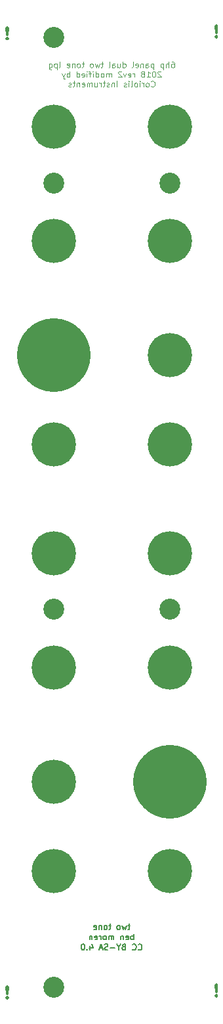
<source format=gbs>
G04 #@! TF.GenerationSoftware,KiCad,Pcbnew,(5.0.0)*
G04 #@! TF.CreationDate,2018-08-12T22:01:39+02:00*
G04 #@! TF.ProjectId,twobytwo_tone_rev1_panel,74776F627974776F5F746F6E655F7265,rev?*
G04 #@! TF.SameCoordinates,Original*
G04 #@! TF.FileFunction,Soldermask,Bot*
G04 #@! TF.FilePolarity,Negative*
%FSLAX46Y46*%
G04 Gerber Fmt 4.6, Leading zero omitted, Abs format (unit mm)*
G04 Created by KiCad (PCBNEW (5.0.0)) date 08/12/18 22:01:39*
%MOMM*%
%LPD*%
G01*
G04 APERTURE LIST*
%ADD10C,0.300000*%
%ADD11C,0.125000*%
%ADD12C,0.187500*%
%ADD13C,5.700000*%
%ADD14C,2.700000*%
%ADD15C,9.500000*%
G04 APERTURE END LIST*
D10*
X1500000Y-126785714D02*
X1428571Y-126857142D01*
X1500000Y-126928571D01*
X1571428Y-126857142D01*
X1500000Y-126785714D01*
X1500000Y-126928571D01*
X1500000Y-126357142D02*
X1571428Y-125500000D01*
X1500000Y-125428571D01*
X1428571Y-125500000D01*
X1500000Y-126357142D01*
X1500000Y-125428571D01*
X28500000Y-126535714D02*
X28428571Y-126607142D01*
X28500000Y-126678571D01*
X28571428Y-126607142D01*
X28500000Y-126535714D01*
X28500000Y-126678571D01*
X28500000Y-126107142D02*
X28571428Y-125250000D01*
X28500000Y-125178571D01*
X28428571Y-125250000D01*
X28500000Y-126107142D01*
X28500000Y-125178571D01*
X28500000Y-2785714D02*
X28428571Y-2857142D01*
X28500000Y-2928571D01*
X28571428Y-2857142D01*
X28500000Y-2785714D01*
X28500000Y-2928571D01*
X28500000Y-2357142D02*
X28571428Y-1500000D01*
X28500000Y-1428571D01*
X28428571Y-1500000D01*
X28500000Y-2357142D01*
X28500000Y-1428571D01*
X1500000Y-3035714D02*
X1428571Y-3107142D01*
X1500000Y-3178571D01*
X1571428Y-3107142D01*
X1500000Y-3035714D01*
X1500000Y-3178571D01*
X1500000Y-2607142D02*
X1571428Y-1750000D01*
X1500000Y-1678571D01*
X1428571Y-1750000D01*
X1500000Y-2607142D01*
X1500000Y-1678571D01*
D11*
X22750000Y-6089285D02*
X22892857Y-6089285D01*
X22964285Y-6125000D01*
X23000000Y-6160714D01*
X23071428Y-6267857D01*
X23107142Y-6410714D01*
X23107142Y-6696428D01*
X23071428Y-6767857D01*
X23035714Y-6803571D01*
X22964285Y-6839285D01*
X22821428Y-6839285D01*
X22750000Y-6803571D01*
X22714285Y-6767857D01*
X22678571Y-6696428D01*
X22678571Y-6517857D01*
X22714285Y-6446428D01*
X22750000Y-6410714D01*
X22821428Y-6375000D01*
X22964285Y-6375000D01*
X23035714Y-6410714D01*
X23071428Y-6446428D01*
X23107142Y-6517857D01*
X22357142Y-6839285D02*
X22357142Y-6089285D01*
X22035714Y-6839285D02*
X22035714Y-6446428D01*
X22071428Y-6375000D01*
X22142857Y-6339285D01*
X22250000Y-6339285D01*
X22321428Y-6375000D01*
X22357142Y-6410714D01*
X21678571Y-6339285D02*
X21678571Y-7089285D01*
X21678571Y-6375000D02*
X21607142Y-6339285D01*
X21464285Y-6339285D01*
X21392857Y-6375000D01*
X21357142Y-6410714D01*
X21321428Y-6482142D01*
X21321428Y-6696428D01*
X21357142Y-6767857D01*
X21392857Y-6803571D01*
X21464285Y-6839285D01*
X21607142Y-6839285D01*
X21678571Y-6803571D01*
X20428571Y-6339285D02*
X20428571Y-7089285D01*
X20428571Y-6375000D02*
X20357142Y-6339285D01*
X20214285Y-6339285D01*
X20142857Y-6375000D01*
X20107142Y-6410714D01*
X20071428Y-6482142D01*
X20071428Y-6696428D01*
X20107142Y-6767857D01*
X20142857Y-6803571D01*
X20214285Y-6839285D01*
X20357142Y-6839285D01*
X20428571Y-6803571D01*
X19428571Y-6839285D02*
X19428571Y-6446428D01*
X19464285Y-6375000D01*
X19535714Y-6339285D01*
X19678571Y-6339285D01*
X19750000Y-6375000D01*
X19428571Y-6803571D02*
X19500000Y-6839285D01*
X19678571Y-6839285D01*
X19750000Y-6803571D01*
X19785714Y-6732142D01*
X19785714Y-6660714D01*
X19750000Y-6589285D01*
X19678571Y-6553571D01*
X19500000Y-6553571D01*
X19428571Y-6517857D01*
X19071428Y-6339285D02*
X19071428Y-6839285D01*
X19071428Y-6410714D02*
X19035714Y-6375000D01*
X18964285Y-6339285D01*
X18857142Y-6339285D01*
X18785714Y-6375000D01*
X18750000Y-6446428D01*
X18750000Y-6839285D01*
X18107142Y-6803571D02*
X18178571Y-6839285D01*
X18321428Y-6839285D01*
X18392857Y-6803571D01*
X18428571Y-6732142D01*
X18428571Y-6446428D01*
X18392857Y-6375000D01*
X18321428Y-6339285D01*
X18178571Y-6339285D01*
X18107142Y-6375000D01*
X18071428Y-6446428D01*
X18071428Y-6517857D01*
X18428571Y-6589285D01*
X17642857Y-6839285D02*
X17714285Y-6803571D01*
X17750000Y-6732142D01*
X17750000Y-6089285D01*
X16464285Y-6839285D02*
X16464285Y-6089285D01*
X16464285Y-6803571D02*
X16535714Y-6839285D01*
X16678571Y-6839285D01*
X16750000Y-6803571D01*
X16785714Y-6767857D01*
X16821428Y-6696428D01*
X16821428Y-6482142D01*
X16785714Y-6410714D01*
X16750000Y-6375000D01*
X16678571Y-6339285D01*
X16535714Y-6339285D01*
X16464285Y-6375000D01*
X15785714Y-6339285D02*
X15785714Y-6839285D01*
X16107142Y-6339285D02*
X16107142Y-6732142D01*
X16071428Y-6803571D01*
X16000000Y-6839285D01*
X15892857Y-6839285D01*
X15821428Y-6803571D01*
X15785714Y-6767857D01*
X15107142Y-6839285D02*
X15107142Y-6446428D01*
X15142857Y-6375000D01*
X15214285Y-6339285D01*
X15357142Y-6339285D01*
X15428571Y-6375000D01*
X15107142Y-6803571D02*
X15178571Y-6839285D01*
X15357142Y-6839285D01*
X15428571Y-6803571D01*
X15464285Y-6732142D01*
X15464285Y-6660714D01*
X15428571Y-6589285D01*
X15357142Y-6553571D01*
X15178571Y-6553571D01*
X15107142Y-6517857D01*
X14642857Y-6839285D02*
X14714285Y-6803571D01*
X14750000Y-6732142D01*
X14750000Y-6089285D01*
X13892857Y-6339285D02*
X13607142Y-6339285D01*
X13785714Y-6089285D02*
X13785714Y-6732142D01*
X13750000Y-6803571D01*
X13678571Y-6839285D01*
X13607142Y-6839285D01*
X13428571Y-6339285D02*
X13285714Y-6839285D01*
X13142857Y-6482142D01*
X13000000Y-6839285D01*
X12857142Y-6339285D01*
X12464285Y-6839285D02*
X12535714Y-6803571D01*
X12571428Y-6767857D01*
X12607142Y-6696428D01*
X12607142Y-6482142D01*
X12571428Y-6410714D01*
X12535714Y-6375000D01*
X12464285Y-6339285D01*
X12357142Y-6339285D01*
X12285714Y-6375000D01*
X12250000Y-6410714D01*
X12214285Y-6482142D01*
X12214285Y-6696428D01*
X12250000Y-6767857D01*
X12285714Y-6803571D01*
X12357142Y-6839285D01*
X12464285Y-6839285D01*
X11428571Y-6339285D02*
X11142857Y-6339285D01*
X11321428Y-6089285D02*
X11321428Y-6732142D01*
X11285714Y-6803571D01*
X11214285Y-6839285D01*
X11142857Y-6839285D01*
X10785714Y-6839285D02*
X10857142Y-6803571D01*
X10892857Y-6767857D01*
X10928571Y-6696428D01*
X10928571Y-6482142D01*
X10892857Y-6410714D01*
X10857142Y-6375000D01*
X10785714Y-6339285D01*
X10678571Y-6339285D01*
X10607142Y-6375000D01*
X10571428Y-6410714D01*
X10535714Y-6482142D01*
X10535714Y-6696428D01*
X10571428Y-6767857D01*
X10607142Y-6803571D01*
X10678571Y-6839285D01*
X10785714Y-6839285D01*
X10214285Y-6339285D02*
X10214285Y-6839285D01*
X10214285Y-6410714D02*
X10178571Y-6375000D01*
X10107142Y-6339285D01*
X10000000Y-6339285D01*
X9928571Y-6375000D01*
X9892857Y-6446428D01*
X9892857Y-6839285D01*
X9250000Y-6803571D02*
X9321428Y-6839285D01*
X9464285Y-6839285D01*
X9535714Y-6803571D01*
X9571428Y-6732142D01*
X9571428Y-6446428D01*
X9535714Y-6375000D01*
X9464285Y-6339285D01*
X9321428Y-6339285D01*
X9250000Y-6375000D01*
X9214285Y-6446428D01*
X9214285Y-6517857D01*
X9571428Y-6589285D01*
X8214285Y-6839285D02*
X8285714Y-6803571D01*
X8321428Y-6732142D01*
X8321428Y-6089285D01*
X7928571Y-6339285D02*
X7928571Y-7089285D01*
X7928571Y-6375000D02*
X7857142Y-6339285D01*
X7714285Y-6339285D01*
X7642857Y-6375000D01*
X7607142Y-6410714D01*
X7571428Y-6482142D01*
X7571428Y-6696428D01*
X7607142Y-6767857D01*
X7642857Y-6803571D01*
X7714285Y-6839285D01*
X7857142Y-6839285D01*
X7928571Y-6803571D01*
X6928571Y-6339285D02*
X6928571Y-6946428D01*
X6964285Y-7017857D01*
X7000000Y-7053571D01*
X7071428Y-7089285D01*
X7178571Y-7089285D01*
X7250000Y-7053571D01*
X6928571Y-6803571D02*
X7000000Y-6839285D01*
X7142857Y-6839285D01*
X7214285Y-6803571D01*
X7250000Y-6767857D01*
X7285714Y-6696428D01*
X7285714Y-6482142D01*
X7250000Y-6410714D01*
X7214285Y-6375000D01*
X7142857Y-6339285D01*
X7000000Y-6339285D01*
X6928571Y-6375000D01*
X21375000Y-7410714D02*
X21339285Y-7375000D01*
X21267857Y-7339285D01*
X21089285Y-7339285D01*
X21017857Y-7375000D01*
X20982142Y-7410714D01*
X20946428Y-7482142D01*
X20946428Y-7553571D01*
X20982142Y-7660714D01*
X21410714Y-8089285D01*
X20946428Y-8089285D01*
X20482142Y-7339285D02*
X20410714Y-7339285D01*
X20339285Y-7375000D01*
X20303571Y-7410714D01*
X20267857Y-7482142D01*
X20232142Y-7625000D01*
X20232142Y-7803571D01*
X20267857Y-7946428D01*
X20303571Y-8017857D01*
X20339285Y-8053571D01*
X20410714Y-8089285D01*
X20482142Y-8089285D01*
X20553571Y-8053571D01*
X20589285Y-8017857D01*
X20625000Y-7946428D01*
X20660714Y-7803571D01*
X20660714Y-7625000D01*
X20625000Y-7482142D01*
X20589285Y-7410714D01*
X20553571Y-7375000D01*
X20482142Y-7339285D01*
X19517857Y-8089285D02*
X19946428Y-8089285D01*
X19732142Y-8089285D02*
X19732142Y-7339285D01*
X19803571Y-7446428D01*
X19875000Y-7517857D01*
X19946428Y-7553571D01*
X19089285Y-7660714D02*
X19160714Y-7625000D01*
X19196428Y-7589285D01*
X19232142Y-7517857D01*
X19232142Y-7482142D01*
X19196428Y-7410714D01*
X19160714Y-7375000D01*
X19089285Y-7339285D01*
X18946428Y-7339285D01*
X18875000Y-7375000D01*
X18839285Y-7410714D01*
X18803571Y-7482142D01*
X18803571Y-7517857D01*
X18839285Y-7589285D01*
X18875000Y-7625000D01*
X18946428Y-7660714D01*
X19089285Y-7660714D01*
X19160714Y-7696428D01*
X19196428Y-7732142D01*
X19232142Y-7803571D01*
X19232142Y-7946428D01*
X19196428Y-8017857D01*
X19160714Y-8053571D01*
X19089285Y-8089285D01*
X18946428Y-8089285D01*
X18875000Y-8053571D01*
X18839285Y-8017857D01*
X18803571Y-7946428D01*
X18803571Y-7803571D01*
X18839285Y-7732142D01*
X18875000Y-7696428D01*
X18946428Y-7660714D01*
X17910714Y-8089285D02*
X17910714Y-7589285D01*
X17910714Y-7732142D02*
X17875000Y-7660714D01*
X17839285Y-7625000D01*
X17767857Y-7589285D01*
X17696428Y-7589285D01*
X17160714Y-8053571D02*
X17232142Y-8089285D01*
X17375000Y-8089285D01*
X17446428Y-8053571D01*
X17482142Y-7982142D01*
X17482142Y-7696428D01*
X17446428Y-7625000D01*
X17375000Y-7589285D01*
X17232142Y-7589285D01*
X17160714Y-7625000D01*
X17125000Y-7696428D01*
X17125000Y-7767857D01*
X17482142Y-7839285D01*
X16875000Y-7589285D02*
X16696428Y-8089285D01*
X16517857Y-7589285D01*
X16267857Y-7410714D02*
X16232142Y-7375000D01*
X16160714Y-7339285D01*
X15982142Y-7339285D01*
X15910714Y-7375000D01*
X15875000Y-7410714D01*
X15839285Y-7482142D01*
X15839285Y-7553571D01*
X15875000Y-7660714D01*
X16303571Y-8089285D01*
X15839285Y-8089285D01*
X14946428Y-8089285D02*
X14946428Y-7589285D01*
X14946428Y-7660714D02*
X14910714Y-7625000D01*
X14839285Y-7589285D01*
X14732142Y-7589285D01*
X14660714Y-7625000D01*
X14625000Y-7696428D01*
X14625000Y-8089285D01*
X14625000Y-7696428D02*
X14589285Y-7625000D01*
X14517857Y-7589285D01*
X14410714Y-7589285D01*
X14339285Y-7625000D01*
X14303571Y-7696428D01*
X14303571Y-8089285D01*
X13839285Y-8089285D02*
X13910714Y-8053571D01*
X13946428Y-8017857D01*
X13982142Y-7946428D01*
X13982142Y-7732142D01*
X13946428Y-7660714D01*
X13910714Y-7625000D01*
X13839285Y-7589285D01*
X13732142Y-7589285D01*
X13660714Y-7625000D01*
X13625000Y-7660714D01*
X13589285Y-7732142D01*
X13589285Y-7946428D01*
X13625000Y-8017857D01*
X13660714Y-8053571D01*
X13732142Y-8089285D01*
X13839285Y-8089285D01*
X12946428Y-8089285D02*
X12946428Y-7339285D01*
X12946428Y-8053571D02*
X13017857Y-8089285D01*
X13160714Y-8089285D01*
X13232142Y-8053571D01*
X13267857Y-8017857D01*
X13303571Y-7946428D01*
X13303571Y-7732142D01*
X13267857Y-7660714D01*
X13232142Y-7625000D01*
X13160714Y-7589285D01*
X13017857Y-7589285D01*
X12946428Y-7625000D01*
X12589285Y-8089285D02*
X12589285Y-7589285D01*
X12589285Y-7339285D02*
X12625000Y-7375000D01*
X12589285Y-7410714D01*
X12553571Y-7375000D01*
X12589285Y-7339285D01*
X12589285Y-7410714D01*
X12339285Y-7589285D02*
X12053571Y-7589285D01*
X12232142Y-8089285D02*
X12232142Y-7446428D01*
X12196428Y-7375000D01*
X12125000Y-7339285D01*
X12053571Y-7339285D01*
X11803571Y-8089285D02*
X11803571Y-7589285D01*
X11803571Y-7339285D02*
X11839285Y-7375000D01*
X11803571Y-7410714D01*
X11767857Y-7375000D01*
X11803571Y-7339285D01*
X11803571Y-7410714D01*
X11160714Y-8053571D02*
X11232142Y-8089285D01*
X11375000Y-8089285D01*
X11446428Y-8053571D01*
X11482142Y-7982142D01*
X11482142Y-7696428D01*
X11446428Y-7625000D01*
X11375000Y-7589285D01*
X11232142Y-7589285D01*
X11160714Y-7625000D01*
X11125000Y-7696428D01*
X11125000Y-7767857D01*
X11482142Y-7839285D01*
X10482142Y-8089285D02*
X10482142Y-7339285D01*
X10482142Y-8053571D02*
X10553571Y-8089285D01*
X10696428Y-8089285D01*
X10767857Y-8053571D01*
X10803571Y-8017857D01*
X10839285Y-7946428D01*
X10839285Y-7732142D01*
X10803571Y-7660714D01*
X10767857Y-7625000D01*
X10696428Y-7589285D01*
X10553571Y-7589285D01*
X10482142Y-7625000D01*
X9553571Y-8089285D02*
X9553571Y-7339285D01*
X9553571Y-7625000D02*
X9482142Y-7589285D01*
X9339285Y-7589285D01*
X9267857Y-7625000D01*
X9232142Y-7660714D01*
X9196428Y-7732142D01*
X9196428Y-7946428D01*
X9232142Y-8017857D01*
X9267857Y-8053571D01*
X9339285Y-8089285D01*
X9482142Y-8089285D01*
X9553571Y-8053571D01*
X8946428Y-7589285D02*
X8767857Y-8089285D01*
X8589285Y-7589285D02*
X8767857Y-8089285D01*
X8839285Y-8267857D01*
X8875000Y-8303571D01*
X8946428Y-8339285D01*
X20107142Y-9267857D02*
X20142857Y-9303571D01*
X20250000Y-9339285D01*
X20321428Y-9339285D01*
X20428571Y-9303571D01*
X20500000Y-9232142D01*
X20535714Y-9160714D01*
X20571428Y-9017857D01*
X20571428Y-8910714D01*
X20535714Y-8767857D01*
X20500000Y-8696428D01*
X20428571Y-8625000D01*
X20321428Y-8589285D01*
X20250000Y-8589285D01*
X20142857Y-8625000D01*
X20107142Y-8660714D01*
X19678571Y-9339285D02*
X19750000Y-9303571D01*
X19785714Y-9267857D01*
X19821428Y-9196428D01*
X19821428Y-8982142D01*
X19785714Y-8910714D01*
X19750000Y-8875000D01*
X19678571Y-8839285D01*
X19571428Y-8839285D01*
X19500000Y-8875000D01*
X19464285Y-8910714D01*
X19428571Y-8982142D01*
X19428571Y-9196428D01*
X19464285Y-9267857D01*
X19500000Y-9303571D01*
X19571428Y-9339285D01*
X19678571Y-9339285D01*
X19107142Y-9339285D02*
X19107142Y-8839285D01*
X19107142Y-8982142D02*
X19071428Y-8910714D01*
X19035714Y-8875000D01*
X18964285Y-8839285D01*
X18892857Y-8839285D01*
X18642857Y-9339285D02*
X18642857Y-8839285D01*
X18642857Y-8589285D02*
X18678571Y-8625000D01*
X18642857Y-8660714D01*
X18607142Y-8625000D01*
X18642857Y-8589285D01*
X18642857Y-8660714D01*
X18178571Y-9339285D02*
X18250000Y-9303571D01*
X18285714Y-9267857D01*
X18321428Y-9196428D01*
X18321428Y-8982142D01*
X18285714Y-8910714D01*
X18250000Y-8875000D01*
X18178571Y-8839285D01*
X18071428Y-8839285D01*
X18000000Y-8875000D01*
X17964285Y-8910714D01*
X17928571Y-8982142D01*
X17928571Y-9196428D01*
X17964285Y-9267857D01*
X18000000Y-9303571D01*
X18071428Y-9339285D01*
X18178571Y-9339285D01*
X17500000Y-9339285D02*
X17571428Y-9303571D01*
X17607142Y-9232142D01*
X17607142Y-8589285D01*
X17214285Y-9339285D02*
X17214285Y-8839285D01*
X17214285Y-8589285D02*
X17250000Y-8625000D01*
X17214285Y-8660714D01*
X17178571Y-8625000D01*
X17214285Y-8589285D01*
X17214285Y-8660714D01*
X16892857Y-9303571D02*
X16821428Y-9339285D01*
X16678571Y-9339285D01*
X16607142Y-9303571D01*
X16571428Y-9232142D01*
X16571428Y-9196428D01*
X16607142Y-9125000D01*
X16678571Y-9089285D01*
X16785714Y-9089285D01*
X16857142Y-9053571D01*
X16892857Y-8982142D01*
X16892857Y-8946428D01*
X16857142Y-8875000D01*
X16785714Y-8839285D01*
X16678571Y-8839285D01*
X16607142Y-8875000D01*
X15678571Y-9339285D02*
X15678571Y-8589285D01*
X15321428Y-8839285D02*
X15321428Y-9339285D01*
X15321428Y-8910714D02*
X15285714Y-8875000D01*
X15214285Y-8839285D01*
X15107142Y-8839285D01*
X15035714Y-8875000D01*
X15000000Y-8946428D01*
X15000000Y-9339285D01*
X14678571Y-9303571D02*
X14607142Y-9339285D01*
X14464285Y-9339285D01*
X14392857Y-9303571D01*
X14357142Y-9232142D01*
X14357142Y-9196428D01*
X14392857Y-9125000D01*
X14464285Y-9089285D01*
X14571428Y-9089285D01*
X14642857Y-9053571D01*
X14678571Y-8982142D01*
X14678571Y-8946428D01*
X14642857Y-8875000D01*
X14571428Y-8839285D01*
X14464285Y-8839285D01*
X14392857Y-8875000D01*
X14142857Y-8839285D02*
X13857142Y-8839285D01*
X14035714Y-8589285D02*
X14035714Y-9232142D01*
X14000000Y-9303571D01*
X13928571Y-9339285D01*
X13857142Y-9339285D01*
X13607142Y-9339285D02*
X13607142Y-8839285D01*
X13607142Y-8982142D02*
X13571428Y-8910714D01*
X13535714Y-8875000D01*
X13464285Y-8839285D01*
X13392857Y-8839285D01*
X12821428Y-8839285D02*
X12821428Y-9339285D01*
X13142857Y-8839285D02*
X13142857Y-9232142D01*
X13107142Y-9303571D01*
X13035714Y-9339285D01*
X12928571Y-9339285D01*
X12857142Y-9303571D01*
X12821428Y-9267857D01*
X12464285Y-9339285D02*
X12464285Y-8839285D01*
X12464285Y-8910714D02*
X12428571Y-8875000D01*
X12357142Y-8839285D01*
X12250000Y-8839285D01*
X12178571Y-8875000D01*
X12142857Y-8946428D01*
X12142857Y-9339285D01*
X12142857Y-8946428D02*
X12107142Y-8875000D01*
X12035714Y-8839285D01*
X11928571Y-8839285D01*
X11857142Y-8875000D01*
X11821428Y-8946428D01*
X11821428Y-9339285D01*
X11178571Y-9303571D02*
X11250000Y-9339285D01*
X11392857Y-9339285D01*
X11464285Y-9303571D01*
X11500000Y-9232142D01*
X11500000Y-8946428D01*
X11464285Y-8875000D01*
X11392857Y-8839285D01*
X11250000Y-8839285D01*
X11178571Y-8875000D01*
X11142857Y-8946428D01*
X11142857Y-9017857D01*
X11500000Y-9089285D01*
X10821428Y-8839285D02*
X10821428Y-9339285D01*
X10821428Y-8910714D02*
X10785714Y-8875000D01*
X10714285Y-8839285D01*
X10607142Y-8839285D01*
X10535714Y-8875000D01*
X10500000Y-8946428D01*
X10500000Y-9339285D01*
X10250000Y-8839285D02*
X9964285Y-8839285D01*
X10142857Y-8589285D02*
X10142857Y-9232142D01*
X10107142Y-9303571D01*
X10035714Y-9339285D01*
X9964285Y-9339285D01*
X9750000Y-9303571D02*
X9678571Y-9339285D01*
X9535714Y-9339285D01*
X9464285Y-9303571D01*
X9428571Y-9232142D01*
X9428571Y-9196428D01*
X9464285Y-9125000D01*
X9535714Y-9089285D01*
X9642857Y-9089285D01*
X9714285Y-9053571D01*
X9750000Y-8982142D01*
X9750000Y-8946428D01*
X9714285Y-8875000D01*
X9642857Y-8839285D01*
X9535714Y-8839285D01*
X9464285Y-8875000D01*
D12*
X17375000Y-117526785D02*
X17089285Y-117526785D01*
X17267857Y-117276785D02*
X17267857Y-117919642D01*
X17232142Y-117991071D01*
X17160714Y-118026785D01*
X17089285Y-118026785D01*
X16910714Y-117526785D02*
X16767857Y-118026785D01*
X16625000Y-117669642D01*
X16482142Y-118026785D01*
X16339285Y-117526785D01*
X15946428Y-118026785D02*
X16017857Y-117991071D01*
X16053571Y-117955357D01*
X16089285Y-117883928D01*
X16089285Y-117669642D01*
X16053571Y-117598214D01*
X16017857Y-117562500D01*
X15946428Y-117526785D01*
X15839285Y-117526785D01*
X15767857Y-117562500D01*
X15732142Y-117598214D01*
X15696428Y-117669642D01*
X15696428Y-117883928D01*
X15732142Y-117955357D01*
X15767857Y-117991071D01*
X15839285Y-118026785D01*
X15946428Y-118026785D01*
X14910714Y-117526785D02*
X14625000Y-117526785D01*
X14803571Y-117276785D02*
X14803571Y-117919642D01*
X14767857Y-117991071D01*
X14696428Y-118026785D01*
X14625000Y-118026785D01*
X14267857Y-118026785D02*
X14339285Y-117991071D01*
X14375000Y-117955357D01*
X14410714Y-117883928D01*
X14410714Y-117669642D01*
X14375000Y-117598214D01*
X14339285Y-117562500D01*
X14267857Y-117526785D01*
X14160714Y-117526785D01*
X14089285Y-117562500D01*
X14053571Y-117598214D01*
X14017857Y-117669642D01*
X14017857Y-117883928D01*
X14053571Y-117955357D01*
X14089285Y-117991071D01*
X14160714Y-118026785D01*
X14267857Y-118026785D01*
X13696428Y-117526785D02*
X13696428Y-118026785D01*
X13696428Y-117598214D02*
X13660714Y-117562500D01*
X13589285Y-117526785D01*
X13482142Y-117526785D01*
X13410714Y-117562500D01*
X13375000Y-117633928D01*
X13375000Y-118026785D01*
X12732142Y-117991071D02*
X12803571Y-118026785D01*
X12946428Y-118026785D01*
X13017857Y-117991071D01*
X13053571Y-117919642D01*
X13053571Y-117633928D01*
X13017857Y-117562500D01*
X12946428Y-117526785D01*
X12803571Y-117526785D01*
X12732142Y-117562500D01*
X12696428Y-117633928D01*
X12696428Y-117705357D01*
X13053571Y-117776785D01*
X17839285Y-119339285D02*
X17839285Y-118589285D01*
X17839285Y-118875000D02*
X17767857Y-118839285D01*
X17625000Y-118839285D01*
X17553571Y-118875000D01*
X17517857Y-118910714D01*
X17482142Y-118982142D01*
X17482142Y-119196428D01*
X17517857Y-119267857D01*
X17553571Y-119303571D01*
X17625000Y-119339285D01*
X17767857Y-119339285D01*
X17839285Y-119303571D01*
X16875000Y-119303571D02*
X16946428Y-119339285D01*
X17089285Y-119339285D01*
X17160714Y-119303571D01*
X17196428Y-119232142D01*
X17196428Y-118946428D01*
X17160714Y-118875000D01*
X17089285Y-118839285D01*
X16946428Y-118839285D01*
X16875000Y-118875000D01*
X16839285Y-118946428D01*
X16839285Y-119017857D01*
X17196428Y-119089285D01*
X16517857Y-118839285D02*
X16517857Y-119339285D01*
X16517857Y-118910714D02*
X16482142Y-118875000D01*
X16410714Y-118839285D01*
X16303571Y-118839285D01*
X16232142Y-118875000D01*
X16196428Y-118946428D01*
X16196428Y-119339285D01*
X15267857Y-119339285D02*
X15267857Y-118839285D01*
X15267857Y-118910714D02*
X15232142Y-118875000D01*
X15160714Y-118839285D01*
X15053571Y-118839285D01*
X14982142Y-118875000D01*
X14946428Y-118946428D01*
X14946428Y-119339285D01*
X14946428Y-118946428D02*
X14910714Y-118875000D01*
X14839285Y-118839285D01*
X14732142Y-118839285D01*
X14660714Y-118875000D01*
X14625000Y-118946428D01*
X14625000Y-119339285D01*
X14160714Y-119339285D02*
X14232142Y-119303571D01*
X14267857Y-119267857D01*
X14303571Y-119196428D01*
X14303571Y-118982142D01*
X14267857Y-118910714D01*
X14232142Y-118875000D01*
X14160714Y-118839285D01*
X14053571Y-118839285D01*
X13982142Y-118875000D01*
X13946428Y-118910714D01*
X13910714Y-118982142D01*
X13910714Y-119196428D01*
X13946428Y-119267857D01*
X13982142Y-119303571D01*
X14053571Y-119339285D01*
X14160714Y-119339285D01*
X13589285Y-119339285D02*
X13589285Y-118839285D01*
X13589285Y-118982142D02*
X13553571Y-118910714D01*
X13517857Y-118875000D01*
X13446428Y-118839285D01*
X13375000Y-118839285D01*
X12839285Y-119303571D02*
X12910714Y-119339285D01*
X13053571Y-119339285D01*
X13125000Y-119303571D01*
X13160714Y-119232142D01*
X13160714Y-118946428D01*
X13125000Y-118875000D01*
X13053571Y-118839285D01*
X12910714Y-118839285D01*
X12839285Y-118875000D01*
X12803571Y-118946428D01*
X12803571Y-119017857D01*
X13160714Y-119089285D01*
X12482142Y-118839285D02*
X12482142Y-119339285D01*
X12482142Y-118910714D02*
X12446428Y-118875000D01*
X12375000Y-118839285D01*
X12267857Y-118839285D01*
X12196428Y-118875000D01*
X12160714Y-118946428D01*
X12160714Y-119339285D01*
X18446428Y-120580357D02*
X18482142Y-120616071D01*
X18589285Y-120651785D01*
X18660714Y-120651785D01*
X18767857Y-120616071D01*
X18839285Y-120544642D01*
X18875000Y-120473214D01*
X18910714Y-120330357D01*
X18910714Y-120223214D01*
X18875000Y-120080357D01*
X18839285Y-120008928D01*
X18767857Y-119937500D01*
X18660714Y-119901785D01*
X18589285Y-119901785D01*
X18482142Y-119937500D01*
X18446428Y-119973214D01*
X17696428Y-120580357D02*
X17732142Y-120616071D01*
X17839285Y-120651785D01*
X17910714Y-120651785D01*
X18017857Y-120616071D01*
X18089285Y-120544642D01*
X18125000Y-120473214D01*
X18160714Y-120330357D01*
X18160714Y-120223214D01*
X18125000Y-120080357D01*
X18089285Y-120008928D01*
X18017857Y-119937500D01*
X17910714Y-119901785D01*
X17839285Y-119901785D01*
X17732142Y-119937500D01*
X17696428Y-119973214D01*
X16553571Y-120258928D02*
X16446428Y-120294642D01*
X16410714Y-120330357D01*
X16375000Y-120401785D01*
X16375000Y-120508928D01*
X16410714Y-120580357D01*
X16446428Y-120616071D01*
X16517857Y-120651785D01*
X16803571Y-120651785D01*
X16803571Y-119901785D01*
X16553571Y-119901785D01*
X16482142Y-119937500D01*
X16446428Y-119973214D01*
X16410714Y-120044642D01*
X16410714Y-120116071D01*
X16446428Y-120187500D01*
X16482142Y-120223214D01*
X16553571Y-120258928D01*
X16803571Y-120258928D01*
X15910714Y-120294642D02*
X15910714Y-120651785D01*
X16160714Y-119901785D02*
X15910714Y-120294642D01*
X15660714Y-119901785D01*
X15410714Y-120366071D02*
X14839285Y-120366071D01*
X14517857Y-120616071D02*
X14410714Y-120651785D01*
X14232142Y-120651785D01*
X14160714Y-120616071D01*
X14125000Y-120580357D01*
X14089285Y-120508928D01*
X14089285Y-120437500D01*
X14125000Y-120366071D01*
X14160714Y-120330357D01*
X14232142Y-120294642D01*
X14375000Y-120258928D01*
X14446428Y-120223214D01*
X14482142Y-120187500D01*
X14517857Y-120116071D01*
X14517857Y-120044642D01*
X14482142Y-119973214D01*
X14446428Y-119937500D01*
X14375000Y-119901785D01*
X14196428Y-119901785D01*
X14089285Y-119937500D01*
X13803571Y-120437500D02*
X13446428Y-120437500D01*
X13875000Y-120651785D02*
X13625000Y-119901785D01*
X13375000Y-120651785D01*
X12232142Y-120151785D02*
X12232142Y-120651785D01*
X12410714Y-119866071D02*
X12589285Y-120401785D01*
X12125000Y-120401785D01*
X11839285Y-120580357D02*
X11803571Y-120616071D01*
X11839285Y-120651785D01*
X11875000Y-120616071D01*
X11839285Y-120580357D01*
X11839285Y-120651785D01*
X11339285Y-119901785D02*
X11267857Y-119901785D01*
X11196428Y-119937500D01*
X11160714Y-119973214D01*
X11125000Y-120044642D01*
X11089285Y-120187500D01*
X11089285Y-120366071D01*
X11125000Y-120508928D01*
X11160714Y-120580357D01*
X11196428Y-120616071D01*
X11267857Y-120651785D01*
X11339285Y-120651785D01*
X11410714Y-120616071D01*
X11446428Y-120580357D01*
X11482142Y-120508928D01*
X11517857Y-120366071D01*
X11517857Y-120187500D01*
X11482142Y-120044642D01*
X11446428Y-119973214D01*
X11410714Y-119937500D01*
X11339285Y-119901785D01*
D13*
G04 #@! TO.C,REF\002A\002A*
X22500000Y-43990000D03*
G04 #@! TD*
G04 #@! TO.C,REF\002A\002A*
X22500000Y-110490000D03*
G04 #@! TD*
D14*
G04 #@! TO.C,REF\002A\002A*
X22500000Y-76750000D03*
G04 #@! TD*
G04 #@! TO.C,REF\002A\002A*
X22500000Y-21750000D03*
G04 #@! TD*
D13*
G04 #@! TO.C,REF\002A\002A*
X22500000Y-55490000D03*
G04 #@! TD*
G04 #@! TO.C,REF\002A\002A*
X22500000Y-84240000D03*
G04 #@! TD*
G04 #@! TO.C,REF\002A\002A*
X22500000Y-14490000D03*
G04 #@! TD*
D15*
G04 #@! TO.C,REF\002A\002A*
X22500000Y-98990000D03*
G04 #@! TD*
D13*
G04 #@! TO.C,REF\002A\002A*
X22500000Y-29240000D03*
G04 #@! TD*
G04 #@! TO.C,REF\002A\002A*
X22500000Y-69490000D03*
G04 #@! TD*
D14*
G04 #@! TO.C,REF\002A\002A*
X7500000Y-3000000D03*
G04 #@! TD*
G04 #@! TO.C,REF\002A\002A*
X7500000Y-125500000D03*
G04 #@! TD*
D13*
G04 #@! TO.C,REF\002A\002A*
X7500000Y-14490000D03*
G04 #@! TD*
G04 #@! TO.C,REF\002A\002A*
X7500000Y-110490000D03*
G04 #@! TD*
G04 #@! TO.C,REF\002A\002A*
X7500000Y-98990000D03*
G04 #@! TD*
G04 #@! TO.C,REF\002A\002A*
X7500000Y-84240000D03*
G04 #@! TD*
G04 #@! TO.C,REF\002A\002A*
X7500000Y-69490000D03*
G04 #@! TD*
G04 #@! TO.C,REF\002A\002A*
X7500000Y-55490000D03*
G04 #@! TD*
G04 #@! TO.C,REF\002A\002A*
X7500000Y-29240000D03*
G04 #@! TD*
D15*
G04 #@! TO.C,REF\002A\002A*
X7500000Y-43990000D03*
G04 #@! TD*
D14*
G04 #@! TO.C,REF\002A\002A*
X7500000Y-21750000D03*
G04 #@! TD*
G04 #@! TO.C,REF\002A\002A*
X7500000Y-76750000D03*
G04 #@! TD*
M02*

</source>
